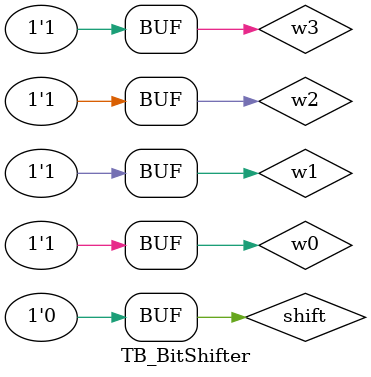
<source format=sv>
`timescale 1ns / 1ps
module TB_BitShifter;
    reg shift,w3,w2,w1,w0;
    wire y3,y2,y1,y0,k;
BitShifter uut(.shift(shift), .w3(w3), .w2(w2), .w1(w1), .w0(w0), .y3(y3), .y2(y2), .y1(y1), .y0(y0), .k(k));

initial begin
#20 shift=1; w3=0;w2=0;w1=0;w0=0;
#20 shift=1; w3=0;w2=0;w1=0;w0=1;
#20 shift=1; w3=0;w2=0;w1=1;w0=0;
#20 shift=1; w3=0;w2=0;w1=1;w0=1;
#20 shift=1; w3=0;w2=1;w1=0;w0=0;
#20 shift=1; w3=0;w2=1;w1=0;w0=1;
#20 shift=1; w3=0;w2=1;w1=1;w0=0;
#20 shift=1; w3=0;w2=1;w1=1;w0=1;

#20 shift=1; w3=1;w2=0;w1=0;w0=0;
#20 shift=1; w3=1;w2=0;w1=0;w0=1;
#20 shift=1; w3=1;w2=0;w1=1;w0=0;
#20 shift=1; w3=1;w2=0;w1=1;w0=1;
#20 shift=1; w3=1;w2=1;w1=0;w0=0;
#20 shift=1; w3=1;w2=1;w1=0;w0=1;
#20 shift=1; w3=1;w2=1;w1=1;w0=0;
#20 shift=1; w3=1;w2=1;w1=1;w0=1;

//shift=0
#20 shift=0; w3=0;w2=0;w1=0;w0=0;
#20 shift=0; w3=0;w2=0;w1=0;w0=1;
#20 shift=0; w3=0;w2=0;w1=1;w0=0;
#20 shift=0; w3=0;w2=0;w1=1;w0=1;
#20 shift=0; w3=0;w2=1;w1=0;w0=0;
#20 shift=0; w3=0;w2=1;w1=0;w0=1;
#20 shift=0; w3=0;w2=1;w1=1;w0=0;
#20 shift=0; w3=0;w2=1;w1=1;w0=1;

#20 shift=0; w3=1;w2=0;w1=0;w0=0;
#20 shift=0; w3=1;w2=0;w1=0;w0=1;
#20 shift=0; w3=1;w2=0;w1=1;w0=0;
#20 shift=0; w3=1;w2=0;w1=1;w0=1;
#20 shift=0; w3=1;w2=1;w1=0;w0=0;
#20 shift=0; w3=1;w2=1;w1=0;w0=1;
#20 shift=0; w3=1;w2=1;w1=1;w0=0;
#20 shift=0; w3=1;w2=1;w1=1;w0=1;
end
endmodule

</source>
